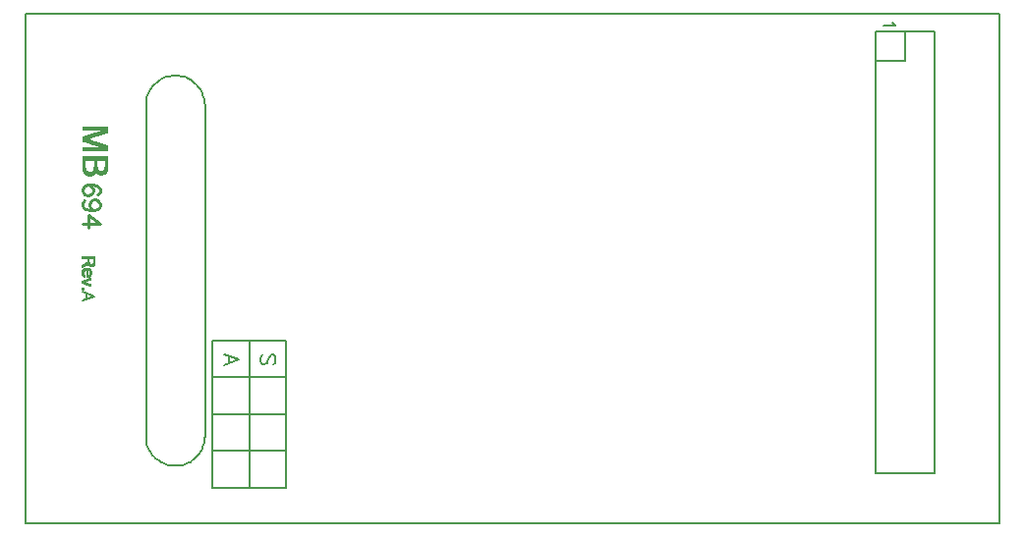
<source format=gbr>
%FSTAX23Y23*%
%MOIN*%
%SFA1B1*%

%IPPOS*%
%ADD10C,0.010000*%
%ADD11C,0.007000*%
%ADD13C,0.005000*%
%ADD14C,0.008000*%
%ADD32C,0.001000*%
%LNmb694-1*%
%LPD*%
G54D10*
X0016Y00959D02*
X00166Y00962D01*
X00169Y0097*
Y00976*
X00166Y00984*
X00157Y0099*
X00143Y00993*
X00129*
X00117Y0099*
X00112Y00984*
X00109Y00976*
Y00973*
X00112Y00964*
X00117Y00959*
X00126Y00956*
X00129*
X00137Y00959*
X00143Y00964*
X00146Y00973*
Y00976*
X00143Y00984*
X00137Y0099*
X00129Y00993*
X00149Y00906D02*
X0014Y00908D01*
X00135Y00914*
X00132Y00923*
Y00926*
X00135Y00934*
X0014Y0094*
X00149Y00943*
X00152*
X0016Y0094*
X00166Y00934*
X00169Y00926*
Y00923*
X00166Y00914*
X0016Y00908*
X00149Y00906*
X00135*
X0012Y00908*
X00112Y00914*
X00109Y00923*
Y00928*
X00112Y00937*
X00117Y0094*
X00169Y00861D02*
X00129Y00889D01*
Y00846*
X00169Y00861D02*
X00109D01*
G54D11*
X00799Y-00037D02*
Y00463D01*
X00549Y-00037D02*
X00799D01*
X00549D02*
Y00463D01*
X00799*
X00549Y00338D02*
X00799D01*
X00549Y00213D02*
X00799D01*
X00549Y00088D02*
X00799D01*
X00549Y-00037D02*
X00799D01*
X00674D02*
Y00463D01*
G54D13*
X02799Y00013D02*
Y01513D01*
X02899Y01413D02*
Y01513D01*
X02799Y01413D02*
X02899D01*
X02799Y01513D02*
X02999D01*
X02799Y00013D02*
X02999D01*
Y01513*
X02856Y01543D02*
X02858Y01539D01*
X02864Y01533*
X02824*
X00109Y00599D02*
X00149Y00614D01*
X00109Y00629*
X00122Y00623D02*
Y00604D01*
X00524Y01263D02*
D01*
X00523Y01269*
X00523Y01276*
X00521Y01283*
X0052Y0129*
X00517Y01297*
X00515Y01303*
X00512Y01309*
X00508Y01315*
X00504Y01321*
X005Y01327*
X00495Y01332*
X0049Y01337*
X00485Y01341*
X00479Y01345*
X00474Y01349*
X00467Y01352*
X00461Y01355*
X00454Y01358*
X00448Y0136*
X00441Y01361*
X00434Y01362*
X00427Y01362*
X0042*
X00413Y01362*
X00406Y01361*
X00399Y0136*
X00393Y01358*
X00386Y01355*
X0038Y01352*
X00373Y01349*
X00368Y01345*
X00362Y01341*
X00357Y01337*
X00352Y01332*
X00347Y01327*
X00343Y01321*
X00339Y01315*
X00335Y01309*
X00332Y01303*
X0033Y01297*
X00327Y0129*
X00326Y01283*
X00324Y01276*
X00324Y01269*
X00324Y01263*
Y00138D02*
D01*
X00324Y00131*
X00324Y00124*
X00326Y00117*
X00327Y0011*
X0033Y00103*
X00332Y00097*
X00335Y00091*
X00339Y00085*
X00343Y00079*
X00347Y00073*
X00352Y00068*
X00357Y00063*
X00362Y00059*
X00368Y00055*
X00374Y00051*
X0038Y00048*
X00386Y00045*
X00393Y00042*
X00399Y0004*
X00406Y00039*
X00413Y00038*
X0042Y00038*
X00427*
X00434Y00038*
X00441Y00039*
X00448Y0004*
X00454Y00042*
X00461Y00045*
X00467Y00048*
X00474Y00051*
X00479Y00055*
X00485Y00059*
X0049Y00063*
X00495Y00068*
X005Y00073*
X00504Y00079*
X00508Y00085*
X00512Y00091*
X00515Y00097*
X00517Y00103*
X0052Y0011*
X00521Y00117*
X00523Y00124*
X00523Y00131*
X00524Y00138*
X-00086Y01573D02*
X03219D01*
X03218Y-00158D02*
X03219Y-00157D01*
Y01573*
X00324Y00138D02*
Y01263D01*
X00524Y00138D02*
Y01258D01*
X-00086Y-00158D02*
Y01573D01*
Y-00158D02*
X03218D01*
G54D14*
X00588Y00379D02*
X00638Y00398D01*
X00588Y00417*
X00605Y0041D02*
Y00386D01*
X00756Y00382D02*
X00761Y00387D01*
X00763Y00394*
Y00404*
X00761Y00411*
X00756Y00416*
X00751*
X00746Y00413*
X00744Y00411*
X00742Y00406*
X00737Y00392*
X00734Y00387*
X00732Y00385*
X00727Y00382*
X0072*
X00715Y00387*
X00713Y00394*
Y00404*
X00715Y00411*
X0072Y00416*
G54D32*
X00193Y01045D02*
Y01088D01*
Y01108D02*
Y01126D01*
Y01171D02*
Y01189D01*
X00192Y01041D02*
Y01088D01*
Y01108D02*
Y01126D01*
Y01171D02*
Y01189D01*
X00191Y01039D02*
Y01088D01*
Y01108D02*
Y01126D01*
Y0117D02*
Y01189D01*
X0019Y01037D02*
Y01088D01*
Y01108D02*
Y01127D01*
Y0117D02*
Y01189D01*
X00189Y01036D02*
Y01088D01*
Y01108D02*
Y01127D01*
Y0117D02*
Y01189D01*
X00188Y01034D02*
Y01088D01*
Y01108D02*
Y01127D01*
Y0117D02*
Y01189D01*
X00187Y01033D02*
Y01088D01*
Y01108D02*
Y01128D01*
Y01169D02*
Y01189D01*
X00186Y01032D02*
Y01088D01*
Y01108D02*
Y01128D01*
Y01169D02*
Y01189D01*
X00185Y01031D02*
Y01088D01*
Y01108D02*
Y01128D01*
Y01169D02*
Y01189D01*
X00184Y01031D02*
Y01088D01*
Y01108D02*
Y01129D01*
Y01168D02*
Y01189D01*
X00183Y0103D02*
Y01054D01*
Y01077D02*
Y01088D01*
Y01108D02*
Y01129D01*
Y01168D02*
Y01189D01*
X00182Y01029D02*
Y01046D01*
Y01077D02*
Y01088D01*
Y01108D02*
Y01129D01*
Y01168D02*
Y01189D01*
X00181Y01029D02*
Y01044D01*
Y01077D02*
Y01088D01*
Y01108D02*
Y0113D01*
Y01167D02*
Y01189D01*
X0018Y01028D02*
Y01042D01*
Y01077D02*
Y01088D01*
Y01108D02*
Y0113D01*
Y01167D02*
Y01189D01*
X00179Y01028D02*
Y01041D01*
Y01077D02*
Y01088D01*
Y01108D02*
Y0113D01*
Y01167D02*
Y01189D01*
X00178Y01028D02*
Y01041D01*
Y01077D02*
Y01088D01*
Y01108D02*
Y01131D01*
Y01166D02*
Y01189D01*
X00177Y01027D02*
Y0104D01*
Y01077D02*
Y01088D01*
Y01108D02*
Y01119D01*
Y0112D02*
Y01131D01*
Y01166D02*
Y01177D01*
Y01178D02*
Y01189D01*
X00176Y01027D02*
Y0104D01*
Y01077D02*
Y01088D01*
Y01108D02*
Y01119D01*
Y0112D02*
Y01131D01*
Y01166D02*
Y01177D01*
Y01178D02*
Y01189D01*
X00175Y01027D02*
Y01039D01*
Y01077D02*
Y01088D01*
Y01108D02*
Y01119D01*
Y0112D02*
Y01131D01*
Y01165D02*
Y01177D01*
Y01178D02*
Y01189D01*
X00174Y01027D02*
Y01039D01*
Y01077D02*
Y01088D01*
Y01108D02*
Y01119D01*
Y01121D02*
Y01132D01*
Y01165D02*
Y01176D01*
Y01178D02*
Y01189D01*
X00173Y01027D02*
Y01039D01*
Y01077D02*
Y01088D01*
Y01108D02*
Y01119D01*
Y01121D02*
Y01132D01*
Y01165D02*
Y01176D01*
Y01178D02*
Y01189D01*
X00172Y01027D02*
Y01038D01*
Y01077D02*
Y01088D01*
Y01108D02*
Y01119D01*
Y01121D02*
Y01132D01*
Y01164D02*
Y01176D01*
Y01178D02*
Y01189D01*
X00171Y01027D02*
Y01038D01*
Y01077D02*
Y01088D01*
Y01108D02*
Y01119D01*
Y01122D02*
Y01133D01*
Y01164D02*
Y01175D01*
Y01178D02*
Y01189D01*
X0017Y01027D02*
Y01038D01*
Y01077D02*
Y01088D01*
Y01108D02*
Y01119D01*
Y01122D02*
Y01133D01*
Y01164D02*
Y01175D01*
Y01178D02*
Y01189D01*
X00169Y01027D02*
Y01038D01*
Y01077D02*
Y01088D01*
Y01108D02*
Y01119D01*
Y01122D02*
Y01133D01*
Y01164D02*
Y01175D01*
Y01178D02*
Y01189D01*
X00168Y01027D02*
Y01039D01*
Y01077D02*
Y01088D01*
Y01108D02*
Y01119D01*
Y01123D02*
Y01134D01*
Y01163D02*
Y01174D01*
Y01178D02*
Y01189D01*
X00167Y01027D02*
Y01039D01*
Y01077D02*
Y01088D01*
Y01108D02*
Y01119D01*
Y01123D02*
Y01134D01*
Y01163D02*
Y01174D01*
Y01178D02*
Y01189D01*
X00166Y01027D02*
Y01039D01*
Y01077D02*
Y01088D01*
Y01108D02*
Y01119D01*
Y01123D02*
Y01134D01*
Y01163D02*
Y01174D01*
Y01178D02*
Y01189D01*
X00165Y01028D02*
Y01039D01*
Y01077D02*
Y01088D01*
Y01108D02*
Y01119D01*
Y01123D02*
Y01135D01*
Y01162D02*
Y01174D01*
Y01178D02*
Y01189D01*
X00164Y01028D02*
Y0104D01*
Y01077D02*
Y01088D01*
Y01108D02*
Y01119D01*
Y01124D02*
Y01135D01*
Y01162D02*
Y01173D01*
Y01178D02*
Y01189D01*
X00163Y01029D02*
Y01041D01*
Y01077D02*
Y01088D01*
Y01108D02*
Y01119D01*
Y01124D02*
Y01135D01*
Y01162D02*
Y01173D01*
Y01178D02*
Y01189D01*
X00162Y01029D02*
Y01041D01*
Y01077D02*
Y01088D01*
Y01108D02*
Y01119D01*
Y01124D02*
Y01136D01*
Y01161D02*
Y01173D01*
Y01178D02*
Y01189D01*
X00161Y0103D02*
Y01043D01*
Y01077D02*
Y01088D01*
Y01108D02*
Y01119D01*
Y01125D02*
Y01136D01*
Y01161D02*
Y01172D01*
Y01178D02*
Y01189D01*
X0016Y0103D02*
Y01044D01*
Y01077D02*
Y01088D01*
Y01108D02*
Y01119D01*
Y01125D02*
Y01136D01*
Y01161D02*
Y01172D01*
Y01178D02*
Y01189D01*
X00159Y01031D02*
Y01047D01*
Y01077D02*
Y01088D01*
Y01108D02*
Y01119D01*
Y01125D02*
Y01137D01*
Y0116D02*
Y01172D01*
Y01178D02*
Y01189D01*
X00158Y01032D02*
Y01053D01*
Y01077D02*
Y01088D01*
Y01108D02*
Y01119D01*
Y01126D02*
Y01137D01*
Y0116D02*
Y01171D01*
Y01178D02*
Y01189D01*
X00149Y00723D02*
Y00749D01*
X00157Y01033D02*
Y01088D01*
Y01108D02*
Y01119D01*
Y01126D02*
Y01137D01*
Y0116D02*
Y01171D01*
Y01178D02*
Y01189D01*
X00148Y00721D02*
Y00749D01*
X00156Y01034D02*
Y01088D01*
Y01108D02*
Y01119D01*
Y01126D02*
Y01138D01*
Y01159D02*
Y01171D01*
Y01178D02*
Y01189D01*
X00147Y00719D02*
Y00749D01*
X00155Y01036D02*
Y01088D01*
Y01108D02*
Y01119D01*
Y01127D02*
Y01138D01*
Y01159D02*
Y0117D01*
Y01178D02*
Y01189D01*
X00146Y00719D02*
Y00749D01*
X00154Y01037D02*
Y01088D01*
Y01108D02*
Y01119D01*
Y01127D02*
Y01138D01*
Y01159D02*
Y0117D01*
Y01178D02*
Y01189D01*
X00145Y00718D02*
Y00749D01*
X00153Y01036D02*
Y01088D01*
Y01108D02*
Y01119D01*
Y01127D02*
Y01139D01*
Y01158D02*
Y0117D01*
Y01178D02*
Y01189D01*
X00144Y00717D02*
Y00728D01*
Y00743D02*
Y00749D01*
X00152Y01034D02*
Y01088D01*
Y01108D02*
Y01119D01*
Y01128D02*
Y01139D01*
Y01158D02*
Y01169D01*
Y01178D02*
Y01189D01*
X00143Y00717D02*
Y00725D01*
Y00743D02*
Y00749D01*
X00151Y01033D02*
Y01088D01*
Y01108D02*
Y01119D01*
Y01128D02*
Y01139D01*
Y01158D02*
Y01169D01*
Y01178D02*
Y01189D01*
X00142Y00716D02*
Y00724D01*
Y00743D02*
Y00749D01*
X0015Y01031D02*
Y01088D01*
Y01108D02*
Y01119D01*
Y01128D02*
Y01139D01*
Y01157D02*
Y01169D01*
Y01178D02*
Y01189D01*
X00141Y00716D02*
Y00723D01*
Y00743D02*
Y00749D01*
X00149Y0103D02*
Y01088D01*
Y01108D02*
Y01119D01*
Y01129D02*
Y0114D01*
Y01157D02*
Y01168D01*
Y01178D02*
Y01189D01*
X0014Y00716D02*
Y00723D01*
Y00743D02*
Y00749D01*
X00148Y01029D02*
Y01088D01*
Y01108D02*
Y01119D01*
Y01129D02*
Y0114D01*
Y01157D02*
Y01168D01*
Y01178D02*
Y01189D01*
X00139Y00716D02*
Y00723D01*
Y00743D02*
Y00749D01*
X00147Y01028D02*
Y01052D01*
Y01077D02*
Y01088D01*
Y01108D02*
Y01119D01*
Y01129D02*
Y0114D01*
Y01157D02*
Y01168D01*
Y01178D02*
Y01189D01*
X00138Y00689D02*
Y007D01*
Y00716D02*
Y00722D01*
Y00743D02*
Y00749D01*
X00146Y01028D02*
Y01045D01*
Y01077D02*
Y01088D01*
Y01108D02*
Y01119D01*
Y0113D02*
Y01141D01*
Y01156D02*
Y01168D01*
Y01178D02*
Y01189D01*
X00137Y00648D02*
Y00654D01*
Y00671D02*
Y00677D01*
Y00687D02*
Y00702D01*
Y00716D02*
Y00722D01*
Y00743D02*
Y00749D01*
X00145Y01027D02*
Y01042D01*
Y01077D02*
Y01088D01*
Y01108D02*
Y01119D01*
Y0113D02*
Y01141D01*
Y01156D02*
Y01167D01*
Y01178D02*
Y01189D01*
X00136Y00648D02*
Y00654D01*
Y00671D02*
Y00677D01*
Y00685D02*
Y00703D01*
Y00716D02*
Y00723D01*
Y00743D02*
Y00749D01*
X00144Y01026D02*
Y01041D01*
Y01077D02*
Y01088D01*
Y01108D02*
Y01119D01*
Y0113D02*
Y01141D01*
Y01156D02*
Y01167D01*
Y01178D02*
Y01189D01*
X00135Y00649D02*
Y00655D01*
Y0067D02*
Y00676D01*
Y00684D02*
Y00705D01*
Y00716D02*
Y00723D01*
Y00743D02*
Y00749D01*
X00143Y01026D02*
Y01039D01*
Y01077D02*
Y01088D01*
Y01108D02*
Y01119D01*
Y0113D02*
Y01142D01*
Y01155D02*
Y01167D01*
Y01178D02*
Y01189D01*
X00134Y00649D02*
Y00655D01*
Y0067D02*
Y00676D01*
Y00683D02*
Y00705D01*
Y00716D02*
Y00723D01*
Y00743D02*
Y00749D01*
X00142Y01025D02*
Y01038D01*
Y01077D02*
Y01088D01*
Y01108D02*
Y01119D01*
Y01131D02*
Y01142D01*
Y01155D02*
Y01166D01*
Y01178D02*
Y01189D01*
X00133Y00649D02*
Y00655D01*
Y0067D02*
Y00676D01*
Y00683D02*
Y00693D01*
Y00696D02*
Y00706D01*
Y00716D02*
Y00724D01*
Y00743D02*
Y00749D01*
X00141Y01025D02*
Y01038D01*
Y01077D02*
Y01088D01*
Y01108D02*
Y01119D01*
Y01131D02*
Y01142D01*
Y01155D02*
Y01166D01*
Y01178D02*
Y01189D01*
X00132Y0065D02*
Y00656D01*
Y00669D02*
Y00675D01*
Y00682D02*
Y00689D01*
Y00699D02*
Y00707D01*
Y00717D02*
Y00725D01*
Y00743D02*
Y00749D01*
X0014Y01025D02*
Y01037D01*
Y01077D02*
Y01088D01*
Y01108D02*
Y01119D01*
Y01131D02*
Y01143D01*
Y01154D02*
Y01166D01*
Y01178D02*
Y01189D01*
X00131Y0065D02*
Y00656D01*
Y00669D02*
Y00675D01*
Y00681D02*
Y00688D01*
Y00701D02*
Y00708D01*
Y00717D02*
Y00729D01*
Y00743D02*
Y00749D01*
X00139Y01024D02*
Y01037D01*
Y01077D02*
Y01088D01*
Y01108D02*
Y01119D01*
Y01132D02*
Y01143D01*
Y01154D02*
Y01165D01*
Y01178D02*
Y01189D01*
X0013Y0065D02*
Y00657D01*
Y00668D02*
Y00675D01*
Y00681D02*
Y00687D01*
Y00702D02*
Y00708D01*
Y00718D02*
Y00749D01*
X00138Y01024D02*
Y01036D01*
Y01077D02*
Y01088D01*
Y01108D02*
Y01119D01*
Y01132D02*
Y01143D01*
Y01154D02*
Y01165D01*
Y01178D02*
Y01189D01*
X00129Y00651D02*
Y00657D01*
Y00668D02*
Y00674D01*
Y00681D02*
Y00686D01*
Y00703D02*
Y00708D01*
Y00719D02*
Y00749D01*
X00137Y01024D02*
Y01036D01*
Y01077D02*
Y01088D01*
Y01108D02*
Y01119D01*
Y01132D02*
Y01144D01*
Y01153D02*
Y01165D01*
Y01178D02*
Y01189D01*
X00128Y00651D02*
Y00657D01*
Y00668D02*
Y00674D01*
Y0068D02*
Y00686D01*
Y00703D02*
Y00709D01*
Y0072D02*
Y00749D01*
X00136Y01024D02*
Y01036D01*
Y01077D02*
Y01088D01*
Y01108D02*
Y01119D01*
Y01133D02*
Y01144D01*
Y01153D02*
Y01164D01*
Y01178D02*
Y01189D01*
X00127Y00652D02*
Y00658D01*
Y00667D02*
Y00673D01*
Y0068D02*
Y00686D01*
Y00703D02*
Y00709D01*
Y00721D02*
Y00749D01*
X00135Y01024D02*
Y01036D01*
Y01077D02*
Y01088D01*
Y01108D02*
Y01119D01*
Y01133D02*
Y01144D01*
Y01153D02*
Y01164D01*
Y01178D02*
Y01189D01*
X00126Y00652D02*
Y00658D01*
Y00667D02*
Y00673D01*
Y0068D02*
Y00685D01*
Y00704D02*
Y00709D01*
Y00724D02*
Y00749D01*
X00134Y01077D02*
Y01088D01*
Y01108D02*
Y01119D01*
Y01133D02*
Y01145D01*
Y01152D02*
Y01164D01*
Y01178D02*
Y01189D01*
X00125Y00652D02*
Y00658D01*
Y00666D02*
Y00673D01*
Y0068D02*
Y00709D01*
Y00726D02*
Y00735D01*
Y00743D02*
Y00749D01*
X00133Y01024D02*
Y01035D01*
Y01077D02*
Y01088D01*
Y01108D02*
Y01119D01*
Y01134D02*
Y01145D01*
Y01152D02*
Y01163D01*
Y01178D02*
Y01189D01*
X00124Y00653D02*
Y00659D01*
Y00666D02*
Y00672D01*
Y0068D02*
Y00709D01*
Y00724D02*
Y00732D01*
Y00743D02*
Y00749D01*
X00132Y01024D02*
Y01035D01*
Y01077D02*
Y01088D01*
Y01108D02*
Y01119D01*
Y01134D02*
Y01145D01*
Y01152D02*
Y01163D01*
Y01178D02*
Y01189D01*
X00123Y00653D02*
Y00659D01*
Y00666D02*
Y00672D01*
Y0068D02*
Y00709D01*
Y00723D02*
Y00731D01*
Y00743D02*
Y00749D01*
X00131Y01024D02*
Y01035D01*
Y01077D02*
Y01088D01*
Y01108D02*
Y01119D01*
Y01134D02*
Y01146D01*
Y01151D02*
Y01163D01*
Y01178D02*
Y01189D01*
X00122Y00654D02*
Y0066D01*
Y00665D02*
Y00671D01*
Y0068D02*
Y00709D01*
Y00722D02*
Y0073D01*
Y00743D02*
Y00749D01*
X0013Y01024D02*
Y01036D01*
Y01077D02*
Y01088D01*
Y01108D02*
Y01119D01*
Y01135D02*
Y01146D01*
Y01151D02*
Y01163D01*
Y01178D02*
Y01189D01*
X00121Y00654D02*
Y0066D01*
Y00665D02*
Y00671D01*
Y0068D02*
Y00709D01*
Y00721D02*
Y00729D01*
Y00743D02*
Y00749D01*
X00129Y01024D02*
Y01036D01*
Y01077D02*
Y01088D01*
Y01108D02*
Y01119D01*
Y01135D02*
Y01146D01*
Y01151D02*
Y01162D01*
Y01178D02*
Y01189D01*
X0012Y00654D02*
Y0066D01*
Y00665D02*
Y00671D01*
Y00704D02*
Y00709D01*
Y00721D02*
Y00728D01*
Y00743D02*
Y00749D01*
X00128Y01024D02*
Y01036D01*
Y01077D02*
Y01088D01*
Y01108D02*
Y01119D01*
Y01135D02*
Y01146D01*
Y01151D02*
Y01162D01*
Y01178D02*
Y01189D01*
X00119Y00655D02*
Y00661D01*
Y00664D02*
Y0067D01*
Y00703D02*
Y00709D01*
Y0072D02*
Y00728D01*
Y00743D02*
Y00749D01*
X00127Y01024D02*
Y01036D01*
Y01077D02*
Y01088D01*
Y01108D02*
Y01119D01*
Y01136D02*
Y01147D01*
Y0115D02*
Y01162D01*
Y01178D02*
Y01189D01*
X00118Y00655D02*
Y00661D01*
Y00664D02*
Y0067D01*
Y00703D02*
Y00709D01*
Y00719D02*
Y00727D01*
Y00743D02*
Y00749D01*
X00126Y01024D02*
Y01037D01*
Y01077D02*
Y01088D01*
Y01108D02*
Y01119D01*
Y01136D02*
Y01147D01*
Y0115D02*
Y01161D01*
Y01178D02*
Y01189D01*
X00117Y00655D02*
Y00662D01*
Y00663D02*
Y00669D01*
Y00703D02*
Y00709D01*
Y00719D02*
Y00726D01*
Y00743D02*
Y00749D01*
X00125Y01025D02*
Y01037D01*
Y01077D02*
Y01088D01*
Y01108D02*
Y01119D01*
Y01136D02*
Y01147D01*
Y0115D02*
Y01161D01*
Y01178D02*
Y01189D01*
X00116Y00656D02*
Y00662D01*
Y00663D02*
Y00669D01*
Y00681D02*
Y00686D01*
Y00703D02*
Y00709D01*
Y00718D02*
Y00726D01*
Y00743D02*
Y00749D01*
X00124Y01025D02*
Y01038D01*
Y01077D02*
Y01088D01*
Y01108D02*
Y01119D01*
Y01136D02*
Y01148D01*
Y01149D02*
Y01161D01*
Y01178D02*
Y01189D01*
X00115Y00656D02*
Y00662D01*
Y00663D02*
Y00669D01*
Y0068D02*
Y00686D01*
Y00702D02*
Y00708D01*
Y00717D02*
Y00725D01*
Y00743D02*
Y00749D01*
X00123Y01025D02*
Y01039D01*
Y01077D02*
Y01088D01*
Y01108D02*
Y01119D01*
Y01137D02*
Y01148D01*
Y01149D02*
Y0116D01*
Y01178D02*
Y01189D01*
X00114Y00657D02*
Y00668D01*
Y0068D02*
Y00687D01*
Y00701D02*
Y00708D01*
Y00717D02*
Y00725D01*
Y00743D02*
Y00749D01*
X00122Y01026D02*
Y01039D01*
Y01077D02*
Y01088D01*
Y01108D02*
Y01119D01*
Y01137D02*
Y01148D01*
Y01149D02*
Y0116D01*
Y01178D02*
Y01189D01*
X00113Y00657D02*
Y00668D01*
Y00681D02*
Y00688D01*
Y007D02*
Y00708D01*
Y00716D02*
Y00724D01*
Y00743D02*
Y00749D01*
X00121Y01026D02*
Y01041D01*
Y01077D02*
Y01088D01*
Y01108D02*
Y01119D01*
Y01137D02*
Y0116D01*
Y01178D02*
Y01189D01*
X00112Y00657D02*
Y00668D01*
Y00681D02*
Y00689D01*
Y00699D02*
Y00707D01*
Y00715D02*
Y00723D01*
Y00743D02*
Y00749D01*
X0012Y01027D02*
Y01042D01*
Y01077D02*
Y01088D01*
Y01108D02*
Y01119D01*
Y01138D02*
Y01159D01*
Y01178D02*
Y01189D01*
X00111Y00637D02*
Y00642D01*
Y00658D02*
Y00667D01*
Y00682D02*
Y00692D01*
Y00696D02*
Y00706D01*
Y00715D02*
Y00723D01*
Y00743D02*
Y00749D01*
X00119Y01027D02*
Y01045D01*
Y01077D02*
Y01088D01*
Y01108D02*
Y01119D01*
Y01138D02*
Y01159D01*
Y01178D02*
Y01189D01*
X0011Y00637D02*
Y00642D01*
Y00658D02*
Y00667D01*
Y00682D02*
Y00706D01*
Y00714D02*
Y00722D01*
Y00743D02*
Y00749D01*
X00118Y01028D02*
Y01051D01*
Y01077D02*
Y01088D01*
Y01108D02*
Y01119D01*
Y01138D02*
Y01159D01*
Y01178D02*
Y01189D01*
X00109Y00637D02*
Y00642D01*
Y00659D02*
Y00666D01*
Y00683D02*
Y00705D01*
Y00714D02*
Y00721D01*
Y00743D02*
Y00749D01*
X00117Y01029D02*
Y01088D01*
Y01108D02*
Y01119D01*
Y01139D02*
Y01158D01*
Y01178D02*
Y01189D01*
X00108Y00637D02*
Y00642D01*
Y00659D02*
Y00666D01*
Y00685D02*
Y00704D01*
Y00713D02*
Y00721D01*
Y00743D02*
Y00749D01*
X00116Y01029D02*
Y01088D01*
Y01108D02*
Y01119D01*
Y01139D02*
Y01158D01*
Y01178D02*
Y01189D01*
X00107Y00637D02*
Y00642D01*
Y00659D02*
Y00666D01*
Y00686D02*
Y00702D01*
Y00712D02*
Y0072D01*
Y00743D02*
Y00749D01*
X00115Y0103D02*
Y01088D01*
Y01108D02*
Y01119D01*
Y01139D02*
Y01158D01*
Y01178D02*
Y01189D01*
X00106Y00688D02*
Y007D01*
X00114Y01031D02*
Y01088D01*
Y01108D02*
Y01119D01*
Y0114D02*
Y01157D01*
Y01178D02*
Y01189D01*
X00113Y01032D02*
Y01088D01*
Y01108D02*
Y01119D01*
Y0114D02*
Y01157D01*
Y01178D02*
Y01189D01*
X00112Y01034D02*
Y01088D01*
Y01108D02*
Y01119D01*
Y0114D02*
Y01157D01*
Y01178D02*
Y01189D01*
X00111Y01035D02*
Y01088D01*
Y01108D02*
Y01119D01*
Y01141D02*
Y01157D01*
Y01178D02*
Y01189D01*
X0011Y01038D02*
Y01088D01*
Y01108D02*
Y01119D01*
Y01141D02*
Y01156D01*
Y01178D02*
Y01189D01*
X00109Y0104D02*
Y01088D01*
Y01108D02*
Y01119D01*
Y01141D02*
Y01156D01*
Y01178D02*
Y01189D01*
X00108Y01044D02*
Y01088D01*
Y01108D02*
Y01119D01*
Y01142D02*
Y01156D01*
Y01178D02*
Y01189D01*
X00134Y01024D02*
Y01035D01*
M02*
</source>
